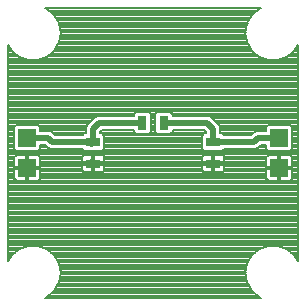
<source format=gtl>
G75*
%MOIN*%
%OFA0B0*%
%FSLAX25Y25*%
%IPPOS*%
%LPD*%
%AMOC8*
5,1,8,0,0,1.08239X$1,22.5*
%
%ADD10R,0.04724X0.03150*%
%ADD11R,0.03150X0.04724*%
%ADD12R,0.06000X0.06000*%
%ADD13C,0.02000*%
%ADD14C,0.00800*%
D10*
X0148333Y0121457D03*
X0148333Y0128543D03*
X0188333Y0128543D03*
X0188333Y0121457D03*
D11*
X0171877Y0135000D03*
X0164790Y0135000D03*
D12*
X0126333Y0130000D03*
X0126333Y0120000D03*
X0210333Y0120000D03*
X0210333Y0130000D03*
D13*
X0203333Y0130000D01*
X0201877Y0128543D01*
X0188333Y0128543D01*
X0188333Y0133000D01*
X0186333Y0135000D01*
X0171877Y0135000D01*
X0164790Y0135000D02*
X0150333Y0135000D01*
X0148333Y0133000D01*
X0148333Y0128543D01*
X0134790Y0128543D01*
X0133333Y0130000D01*
X0126333Y0130000D01*
X0128333Y0122000D02*
X0126333Y0120000D01*
X0147790Y0122000D02*
X0147835Y0121998D01*
X0147879Y0121993D01*
X0147923Y0121983D01*
X0147966Y0121971D01*
X0148008Y0121954D01*
X0148048Y0121935D01*
X0148087Y0121912D01*
X0148124Y0121886D01*
X0148158Y0121856D01*
X0148189Y0121825D01*
X0148219Y0121791D01*
X0148245Y0121754D01*
X0148268Y0121715D01*
X0148287Y0121675D01*
X0148304Y0121633D01*
X0148316Y0121590D01*
X0148326Y0121546D01*
X0148331Y0121502D01*
X0148333Y0121457D01*
X0147790Y0128000D02*
X0147835Y0128002D01*
X0147879Y0128007D01*
X0147923Y0128017D01*
X0147966Y0128029D01*
X0148008Y0128046D01*
X0148048Y0128065D01*
X0148087Y0128088D01*
X0148124Y0128114D01*
X0148158Y0128144D01*
X0148189Y0128175D01*
X0148219Y0128209D01*
X0148245Y0128246D01*
X0148268Y0128285D01*
X0148287Y0128325D01*
X0148304Y0128367D01*
X0148316Y0128410D01*
X0148326Y0128454D01*
X0148331Y0128498D01*
X0148333Y0128543D01*
X0208877Y0121457D02*
X0210333Y0120000D01*
D14*
X0132954Y0076998D02*
X0132411Y0076800D01*
X0204256Y0076800D01*
X0203713Y0076998D01*
X0203713Y0076998D01*
X0201255Y0079060D01*
X0199650Y0081840D01*
X0199650Y0081840D01*
X0199093Y0085000D01*
X0199093Y0085000D01*
X0199650Y0088160D01*
X0199650Y0088160D01*
X0201255Y0090940D01*
X0201255Y0090940D01*
X0203713Y0093002D01*
X0203713Y0093002D01*
X0206729Y0094100D01*
X0209938Y0094100D01*
X0212954Y0093002D01*
X0212954Y0093002D01*
X0215412Y0090940D01*
X0215412Y0090940D01*
X0216533Y0088997D01*
X0216533Y0161003D01*
X0215412Y0159060D01*
X0215412Y0159060D01*
X0215412Y0159060D01*
X0212954Y0156998D01*
X0212954Y0156998D01*
X0209938Y0155900D01*
X0206729Y0155900D01*
X0203713Y0156998D01*
X0203713Y0156998D01*
X0201255Y0159060D01*
X0201255Y0159060D01*
X0199650Y0161840D01*
X0199650Y0161840D01*
X0199093Y0165000D01*
X0199093Y0165000D01*
X0199650Y0168160D01*
X0199650Y0168160D01*
X0201255Y0170940D01*
X0201255Y0170940D01*
X0203713Y0173002D01*
X0203713Y0173002D01*
X0204256Y0173200D01*
X0132411Y0173200D01*
X0132954Y0173002D01*
X0132954Y0173002D01*
X0135412Y0170940D01*
X0135412Y0170940D01*
X0137016Y0168160D01*
X0137016Y0168160D01*
X0137574Y0165000D01*
X0137574Y0165000D01*
X0137016Y0161840D01*
X0137016Y0161840D01*
X0135412Y0159060D01*
X0135412Y0159060D01*
X0135412Y0159060D01*
X0132954Y0156998D01*
X0132954Y0156998D01*
X0129938Y0155900D01*
X0127588Y0155900D01*
X0126729Y0155900D01*
X0123713Y0156998D01*
X0123713Y0156998D01*
X0121255Y0159060D01*
X0121255Y0159060D01*
X0120133Y0161003D01*
X0120133Y0088997D01*
X0121255Y0090940D01*
X0121255Y0090940D01*
X0123713Y0093002D01*
X0123713Y0093002D01*
X0126729Y0094100D01*
X0129938Y0094100D01*
X0132954Y0093002D01*
X0132954Y0093002D01*
X0135412Y0090940D01*
X0135412Y0090940D01*
X0137016Y0088160D01*
X0137574Y0085000D01*
X0137016Y0081840D01*
X0135412Y0079060D01*
X0135412Y0079060D01*
X0135412Y0079060D01*
X0132954Y0076998D01*
X0132954Y0076998D01*
X0133428Y0077396D02*
X0203239Y0077396D01*
X0202287Y0078194D02*
X0134379Y0078194D01*
X0135331Y0078993D02*
X0201336Y0078993D01*
X0200833Y0079791D02*
X0135834Y0079791D01*
X0136295Y0080590D02*
X0200372Y0080590D01*
X0199911Y0081388D02*
X0136756Y0081388D01*
X0137078Y0082187D02*
X0199589Y0082187D01*
X0199448Y0082985D02*
X0137218Y0082985D01*
X0137359Y0083784D02*
X0199307Y0083784D01*
X0199167Y0084582D02*
X0137500Y0084582D01*
X0137507Y0085381D02*
X0199160Y0085381D01*
X0199301Y0086179D02*
X0137366Y0086179D01*
X0137225Y0086978D02*
X0199442Y0086978D01*
X0199582Y0087776D02*
X0137084Y0087776D01*
X0136777Y0088575D02*
X0199889Y0088575D01*
X0200350Y0089373D02*
X0136316Y0089373D01*
X0135855Y0090172D02*
X0200811Y0090172D01*
X0201255Y0090940D02*
X0201255Y0090940D01*
X0201291Y0090970D02*
X0135375Y0090970D01*
X0134424Y0091769D02*
X0202243Y0091769D01*
X0203195Y0092567D02*
X0133472Y0092567D01*
X0131955Y0093366D02*
X0204711Y0093366D01*
X0211955Y0093366D02*
X0216533Y0093366D01*
X0216533Y0094164D02*
X0120133Y0094164D01*
X0120133Y0093366D02*
X0124711Y0093366D01*
X0123195Y0092567D02*
X0120133Y0092567D01*
X0120133Y0091769D02*
X0122243Y0091769D01*
X0121291Y0090970D02*
X0120133Y0090970D01*
X0120133Y0090172D02*
X0120811Y0090172D01*
X0121255Y0090940D02*
X0121255Y0090940D01*
X0120350Y0089373D02*
X0120133Y0089373D01*
X0120133Y0094963D02*
X0216533Y0094963D01*
X0216533Y0095761D02*
X0120133Y0095761D01*
X0120133Y0096560D02*
X0216533Y0096560D01*
X0216533Y0097358D02*
X0120133Y0097358D01*
X0120133Y0098157D02*
X0216533Y0098157D01*
X0216533Y0098955D02*
X0120133Y0098955D01*
X0120133Y0099754D02*
X0216533Y0099754D01*
X0216533Y0100552D02*
X0120133Y0100552D01*
X0120133Y0101351D02*
X0216533Y0101351D01*
X0216533Y0102149D02*
X0120133Y0102149D01*
X0120133Y0102948D02*
X0216533Y0102948D01*
X0216533Y0103746D02*
X0120133Y0103746D01*
X0120133Y0104545D02*
X0216533Y0104545D01*
X0216533Y0105343D02*
X0120133Y0105343D01*
X0120133Y0106142D02*
X0216533Y0106142D01*
X0216533Y0106940D02*
X0120133Y0106940D01*
X0120133Y0107739D02*
X0216533Y0107739D01*
X0216533Y0108537D02*
X0120133Y0108537D01*
X0120133Y0109336D02*
X0216533Y0109336D01*
X0216533Y0110134D02*
X0120133Y0110134D01*
X0120133Y0110933D02*
X0216533Y0110933D01*
X0216533Y0111732D02*
X0120133Y0111732D01*
X0120133Y0112530D02*
X0216533Y0112530D01*
X0216533Y0113329D02*
X0120133Y0113329D01*
X0120133Y0114127D02*
X0216533Y0114127D01*
X0216533Y0114926D02*
X0120133Y0114926D01*
X0120133Y0115724D02*
X0122743Y0115724D01*
X0122793Y0115695D02*
X0123149Y0115600D01*
X0125933Y0115600D01*
X0125933Y0119600D01*
X0121933Y0119600D01*
X0121933Y0116816D01*
X0122029Y0116460D01*
X0122213Y0116140D01*
X0122474Y0115880D01*
X0122793Y0115695D01*
X0122012Y0116523D02*
X0120133Y0116523D01*
X0120133Y0117321D02*
X0121933Y0117321D01*
X0121933Y0118120D02*
X0120133Y0118120D01*
X0120133Y0118918D02*
X0121933Y0118918D01*
X0121933Y0120400D02*
X0121933Y0123184D01*
X0122029Y0123540D01*
X0122213Y0123860D01*
X0122474Y0124120D01*
X0122793Y0124305D01*
X0123149Y0124400D01*
X0125933Y0124400D01*
X0125933Y0120400D01*
X0125933Y0119600D01*
X0126733Y0119600D01*
X0126733Y0115600D01*
X0129518Y0115600D01*
X0129874Y0115695D01*
X0130193Y0115880D01*
X0130454Y0116140D01*
X0130638Y0116460D01*
X0130733Y0116816D01*
X0130733Y0119600D01*
X0126733Y0119600D01*
X0126733Y0120400D01*
X0125933Y0120400D01*
X0121933Y0120400D01*
X0121933Y0120515D02*
X0120133Y0120515D01*
X0120133Y0119717D02*
X0125933Y0119717D01*
X0125933Y0120515D02*
X0126733Y0120515D01*
X0126733Y0120400D02*
X0126733Y0124400D01*
X0129518Y0124400D01*
X0129874Y0124305D01*
X0130193Y0124120D01*
X0130454Y0123860D01*
X0130638Y0123540D01*
X0130733Y0123184D01*
X0130733Y0120400D01*
X0126733Y0120400D01*
X0126733Y0119717D02*
X0144571Y0119717D01*
X0144571Y0119698D02*
X0144667Y0119341D01*
X0144851Y0119022D01*
X0145112Y0118762D01*
X0145431Y0118577D01*
X0145787Y0118482D01*
X0147946Y0118482D01*
X0147946Y0121069D01*
X0148721Y0121069D01*
X0148721Y0118482D01*
X0150880Y0118482D01*
X0151236Y0118577D01*
X0151555Y0118762D01*
X0151816Y0119022D01*
X0152000Y0119341D01*
X0152096Y0119698D01*
X0152096Y0121069D01*
X0148721Y0121069D01*
X0148721Y0121844D01*
X0152096Y0121844D01*
X0152096Y0123216D01*
X0152000Y0123572D01*
X0151816Y0123891D01*
X0151555Y0124152D01*
X0151236Y0124336D01*
X0150880Y0124431D01*
X0148721Y0124431D01*
X0148721Y0121844D01*
X0147946Y0121844D01*
X0147946Y0121069D01*
X0144571Y0121069D01*
X0144571Y0119698D01*
X0144571Y0120515D02*
X0130733Y0120515D01*
X0130733Y0121314D02*
X0147946Y0121314D01*
X0147946Y0121844D02*
X0144571Y0121844D01*
X0144571Y0123216D01*
X0144667Y0123572D01*
X0144851Y0123891D01*
X0145112Y0124152D01*
X0145431Y0124336D01*
X0145787Y0124431D01*
X0147946Y0124431D01*
X0147946Y0121844D01*
X0147946Y0122112D02*
X0148721Y0122112D01*
X0148721Y0121314D02*
X0187946Y0121314D01*
X0187946Y0121069D02*
X0184571Y0121069D01*
X0184571Y0119698D01*
X0184667Y0119341D01*
X0184851Y0119022D01*
X0185112Y0118762D01*
X0185431Y0118577D01*
X0185787Y0118482D01*
X0187946Y0118482D01*
X0187946Y0121069D01*
X0188721Y0121069D01*
X0188721Y0118482D01*
X0190880Y0118482D01*
X0191236Y0118577D01*
X0191555Y0118762D01*
X0191816Y0119022D01*
X0192000Y0119341D01*
X0192096Y0119698D01*
X0192096Y0121069D01*
X0188721Y0121069D01*
X0188721Y0121844D01*
X0192096Y0121844D01*
X0192096Y0123216D01*
X0192000Y0123572D01*
X0191816Y0123891D01*
X0191555Y0124152D01*
X0191236Y0124336D01*
X0190880Y0124431D01*
X0188721Y0124431D01*
X0188721Y0121844D01*
X0187946Y0121844D01*
X0187946Y0121069D01*
X0187946Y0120515D02*
X0188721Y0120515D01*
X0188721Y0119717D02*
X0187946Y0119717D01*
X0187946Y0118918D02*
X0188721Y0118918D01*
X0191712Y0118918D02*
X0205933Y0118918D01*
X0205933Y0119600D02*
X0205933Y0116816D01*
X0206029Y0116460D01*
X0206213Y0116140D01*
X0206474Y0115880D01*
X0206793Y0115695D01*
X0207149Y0115600D01*
X0209933Y0115600D01*
X0209933Y0119600D01*
X0205933Y0119600D01*
X0205933Y0120400D02*
X0209933Y0120400D01*
X0209933Y0119600D01*
X0210733Y0119600D01*
X0210733Y0115600D01*
X0213518Y0115600D01*
X0213874Y0115695D01*
X0214193Y0115880D01*
X0214454Y0116140D01*
X0214638Y0116460D01*
X0214733Y0116816D01*
X0214733Y0119600D01*
X0210733Y0119600D01*
X0210733Y0120400D01*
X0209933Y0120400D01*
X0209933Y0124400D01*
X0207149Y0124400D01*
X0206793Y0124305D01*
X0206474Y0124120D01*
X0206213Y0123860D01*
X0206029Y0123540D01*
X0205933Y0123184D01*
X0205933Y0120400D01*
X0205933Y0120515D02*
X0192096Y0120515D01*
X0192096Y0119717D02*
X0209933Y0119717D01*
X0209933Y0120515D02*
X0210733Y0120515D01*
X0210733Y0120400D02*
X0210733Y0124400D01*
X0213518Y0124400D01*
X0213874Y0124305D01*
X0214193Y0124120D01*
X0214454Y0123860D01*
X0214638Y0123540D01*
X0214733Y0123184D01*
X0214733Y0120400D01*
X0210733Y0120400D01*
X0210733Y0119717D02*
X0216533Y0119717D01*
X0216533Y0120515D02*
X0214733Y0120515D01*
X0214733Y0121314D02*
X0216533Y0121314D01*
X0216533Y0122112D02*
X0214733Y0122112D01*
X0214733Y0122911D02*
X0216533Y0122911D01*
X0216533Y0123709D02*
X0214540Y0123709D01*
X0213913Y0125600D02*
X0214733Y0126420D01*
X0214733Y0133580D01*
X0213913Y0134400D01*
X0206753Y0134400D01*
X0205933Y0133580D01*
X0205933Y0132400D01*
X0202856Y0132400D01*
X0201974Y0132035D01*
X0201299Y0131359D01*
X0200883Y0130943D01*
X0191850Y0130943D01*
X0191275Y0131518D01*
X0190733Y0131518D01*
X0190733Y0133477D01*
X0190368Y0134359D01*
X0188368Y0136359D01*
X0187693Y0137035D01*
X0186811Y0137400D01*
X0174851Y0137400D01*
X0174851Y0137942D01*
X0174031Y0138762D01*
X0169722Y0138762D01*
X0168902Y0137942D01*
X0168902Y0132058D01*
X0169722Y0131238D01*
X0174031Y0131238D01*
X0174851Y0132058D01*
X0174851Y0132600D01*
X0185339Y0132600D01*
X0185933Y0132006D01*
X0185933Y0131518D01*
X0185391Y0131518D01*
X0184571Y0130698D01*
X0184571Y0126389D01*
X0185391Y0125569D01*
X0191275Y0125569D01*
X0191850Y0126143D01*
X0202354Y0126143D01*
X0203236Y0126509D01*
X0204327Y0127600D01*
X0205933Y0127600D01*
X0205933Y0126420D01*
X0206753Y0125600D01*
X0213913Y0125600D01*
X0214418Y0126105D02*
X0216533Y0126105D01*
X0216533Y0126903D02*
X0214733Y0126903D01*
X0214733Y0127702D02*
X0216533Y0127702D01*
X0216533Y0128500D02*
X0214733Y0128500D01*
X0214733Y0129299D02*
X0216533Y0129299D01*
X0216533Y0130097D02*
X0214733Y0130097D01*
X0214733Y0130896D02*
X0216533Y0130896D01*
X0216533Y0131694D02*
X0214733Y0131694D01*
X0214733Y0132493D02*
X0216533Y0132493D01*
X0216533Y0133291D02*
X0214733Y0133291D01*
X0214223Y0134090D02*
X0216533Y0134090D01*
X0216533Y0134888D02*
X0189839Y0134888D01*
X0190480Y0134090D02*
X0206443Y0134090D01*
X0205933Y0133291D02*
X0190733Y0133291D01*
X0190733Y0132493D02*
X0205933Y0132493D01*
X0201634Y0131694D02*
X0190733Y0131694D01*
X0185933Y0131694D02*
X0174488Y0131694D01*
X0174851Y0132493D02*
X0185446Y0132493D01*
X0184769Y0130896D02*
X0151898Y0130896D01*
X0152096Y0130698D02*
X0151275Y0131518D01*
X0150733Y0131518D01*
X0150733Y0132006D01*
X0151327Y0132600D01*
X0161815Y0132600D01*
X0161815Y0132058D01*
X0162635Y0131238D01*
X0166945Y0131238D01*
X0167765Y0132058D01*
X0167765Y0137942D01*
X0166945Y0138762D01*
X0162635Y0138762D01*
X0161815Y0137942D01*
X0161815Y0137400D01*
X0149856Y0137400D01*
X0148974Y0137035D01*
X0148299Y0136359D01*
X0146299Y0134359D01*
X0145933Y0133477D01*
X0145933Y0131518D01*
X0145391Y0131518D01*
X0144816Y0130943D01*
X0135784Y0130943D01*
X0135368Y0131359D01*
X0134693Y0132035D01*
X0133811Y0132400D01*
X0130733Y0132400D01*
X0130733Y0133580D01*
X0129913Y0134400D01*
X0122753Y0134400D01*
X0121933Y0133580D01*
X0121933Y0126420D01*
X0122753Y0125600D01*
X0129913Y0125600D01*
X0130733Y0126420D01*
X0130733Y0127600D01*
X0132339Y0127600D01*
X0133431Y0126509D01*
X0134313Y0126143D01*
X0144816Y0126143D01*
X0145391Y0125569D01*
X0151275Y0125569D01*
X0152096Y0126389D01*
X0152096Y0130698D01*
X0152096Y0130097D02*
X0184571Y0130097D01*
X0184571Y0129299D02*
X0152096Y0129299D01*
X0152096Y0128500D02*
X0184571Y0128500D01*
X0184571Y0127702D02*
X0152096Y0127702D01*
X0152096Y0126903D02*
X0184571Y0126903D01*
X0184855Y0126105D02*
X0151812Y0126105D01*
X0151921Y0123709D02*
X0184746Y0123709D01*
X0184667Y0123572D02*
X0184571Y0123216D01*
X0184571Y0121844D01*
X0187946Y0121844D01*
X0187946Y0124431D01*
X0185787Y0124431D01*
X0185431Y0124336D01*
X0185112Y0124152D01*
X0184851Y0123891D01*
X0184667Y0123572D01*
X0184571Y0122911D02*
X0152096Y0122911D01*
X0152096Y0122112D02*
X0184571Y0122112D01*
X0184571Y0120515D02*
X0152096Y0120515D01*
X0152096Y0119717D02*
X0184571Y0119717D01*
X0184955Y0118918D02*
X0151712Y0118918D01*
X0148721Y0118918D02*
X0147946Y0118918D01*
X0147946Y0119717D02*
X0148721Y0119717D01*
X0148721Y0120515D02*
X0147946Y0120515D01*
X0144955Y0118918D02*
X0130733Y0118918D01*
X0130733Y0118120D02*
X0205933Y0118120D01*
X0205933Y0117321D02*
X0130733Y0117321D01*
X0130655Y0116523D02*
X0206012Y0116523D01*
X0206743Y0115724D02*
X0129923Y0115724D01*
X0126733Y0115724D02*
X0125933Y0115724D01*
X0125933Y0116523D02*
X0126733Y0116523D01*
X0126733Y0117321D02*
X0125933Y0117321D01*
X0125933Y0118120D02*
X0126733Y0118120D01*
X0126733Y0118918D02*
X0125933Y0118918D01*
X0125933Y0121314D02*
X0126733Y0121314D01*
X0126733Y0122112D02*
X0125933Y0122112D01*
X0125933Y0122911D02*
X0126733Y0122911D01*
X0126733Y0123709D02*
X0125933Y0123709D01*
X0122126Y0123709D02*
X0120133Y0123709D01*
X0120133Y0122911D02*
X0121933Y0122911D01*
X0121933Y0122112D02*
X0120133Y0122112D01*
X0120133Y0121314D02*
X0121933Y0121314D01*
X0120133Y0124508D02*
X0216533Y0124508D01*
X0216533Y0125306D02*
X0120133Y0125306D01*
X0120133Y0126105D02*
X0122249Y0126105D01*
X0121933Y0126903D02*
X0120133Y0126903D01*
X0120133Y0127702D02*
X0121933Y0127702D01*
X0121933Y0128500D02*
X0120133Y0128500D01*
X0120133Y0129299D02*
X0121933Y0129299D01*
X0121933Y0130097D02*
X0120133Y0130097D01*
X0120133Y0130896D02*
X0121933Y0130896D01*
X0121933Y0131694D02*
X0120133Y0131694D01*
X0120133Y0132493D02*
X0121933Y0132493D01*
X0121933Y0133291D02*
X0120133Y0133291D01*
X0120133Y0134090D02*
X0122443Y0134090D01*
X0120133Y0134888D02*
X0146828Y0134888D01*
X0146187Y0134090D02*
X0130223Y0134090D01*
X0130733Y0133291D02*
X0145933Y0133291D01*
X0145933Y0132493D02*
X0130733Y0132493D01*
X0135033Y0131694D02*
X0145933Y0131694D01*
X0147626Y0135687D02*
X0120133Y0135687D01*
X0120133Y0136485D02*
X0148425Y0136485D01*
X0149576Y0137284D02*
X0120133Y0137284D01*
X0120133Y0138082D02*
X0161956Y0138082D01*
X0167625Y0138082D02*
X0169042Y0138082D01*
X0168902Y0137284D02*
X0167765Y0137284D01*
X0167765Y0136485D02*
X0168902Y0136485D01*
X0168902Y0135687D02*
X0167765Y0135687D01*
X0167765Y0134888D02*
X0168902Y0134888D01*
X0168902Y0134090D02*
X0167765Y0134090D01*
X0167765Y0133291D02*
X0168902Y0133291D01*
X0168902Y0132493D02*
X0167765Y0132493D01*
X0167401Y0131694D02*
X0169265Y0131694D01*
X0162179Y0131694D02*
X0150733Y0131694D01*
X0151220Y0132493D02*
X0161815Y0132493D01*
X0174711Y0138082D02*
X0216533Y0138082D01*
X0216533Y0137284D02*
X0187091Y0137284D01*
X0188242Y0136485D02*
X0216533Y0136485D01*
X0216533Y0135687D02*
X0189041Y0135687D01*
X0201299Y0131359D02*
X0201299Y0131359D01*
X0203631Y0126903D02*
X0205933Y0126903D01*
X0206249Y0126105D02*
X0191812Y0126105D01*
X0191921Y0123709D02*
X0206126Y0123709D01*
X0205933Y0122911D02*
X0192096Y0122911D01*
X0192096Y0122112D02*
X0205933Y0122112D01*
X0205933Y0121314D02*
X0188721Y0121314D01*
X0188721Y0122112D02*
X0187946Y0122112D01*
X0187946Y0122911D02*
X0188721Y0122911D01*
X0188721Y0123709D02*
X0187946Y0123709D01*
X0209933Y0123709D02*
X0210733Y0123709D01*
X0210733Y0122911D02*
X0209933Y0122911D01*
X0209933Y0122112D02*
X0210733Y0122112D01*
X0210733Y0121314D02*
X0209933Y0121314D01*
X0209933Y0118918D02*
X0210733Y0118918D01*
X0210733Y0118120D02*
X0209933Y0118120D01*
X0209933Y0117321D02*
X0210733Y0117321D01*
X0210733Y0116523D02*
X0209933Y0116523D01*
X0209933Y0115724D02*
X0210733Y0115724D01*
X0213923Y0115724D02*
X0216533Y0115724D01*
X0216533Y0116523D02*
X0214655Y0116523D01*
X0214733Y0117321D02*
X0216533Y0117321D01*
X0216533Y0118120D02*
X0214733Y0118120D01*
X0214733Y0118918D02*
X0216533Y0118918D01*
X0216533Y0138881D02*
X0120133Y0138881D01*
X0120133Y0139679D02*
X0216533Y0139679D01*
X0216533Y0140478D02*
X0120133Y0140478D01*
X0120133Y0141276D02*
X0216533Y0141276D01*
X0216533Y0142075D02*
X0120133Y0142075D01*
X0120133Y0142873D02*
X0216533Y0142873D01*
X0216533Y0143672D02*
X0120133Y0143672D01*
X0120133Y0144470D02*
X0216533Y0144470D01*
X0216533Y0145269D02*
X0120133Y0145269D01*
X0120133Y0146068D02*
X0216533Y0146068D01*
X0216533Y0146866D02*
X0120133Y0146866D01*
X0120133Y0147665D02*
X0216533Y0147665D01*
X0216533Y0148463D02*
X0120133Y0148463D01*
X0120133Y0149262D02*
X0216533Y0149262D01*
X0216533Y0150060D02*
X0120133Y0150060D01*
X0120133Y0150859D02*
X0216533Y0150859D01*
X0216533Y0151657D02*
X0120133Y0151657D01*
X0120133Y0152456D02*
X0216533Y0152456D01*
X0216533Y0153254D02*
X0120133Y0153254D01*
X0120133Y0154053D02*
X0216533Y0154053D01*
X0216533Y0154851D02*
X0120133Y0154851D01*
X0120133Y0155650D02*
X0216533Y0155650D01*
X0216533Y0156448D02*
X0211444Y0156448D01*
X0213250Y0157247D02*
X0216533Y0157247D01*
X0216533Y0158045D02*
X0214202Y0158045D01*
X0215154Y0158844D02*
X0216533Y0158844D01*
X0216533Y0159642D02*
X0215748Y0159642D01*
X0216209Y0160441D02*
X0216533Y0160441D01*
X0205223Y0156448D02*
X0131444Y0156448D01*
X0133250Y0157247D02*
X0203416Y0157247D01*
X0202465Y0158045D02*
X0134202Y0158045D01*
X0135154Y0158844D02*
X0201513Y0158844D01*
X0200919Y0159642D02*
X0135748Y0159642D01*
X0136209Y0160441D02*
X0200458Y0160441D01*
X0199997Y0161239D02*
X0136670Y0161239D01*
X0137051Y0162038D02*
X0199615Y0162038D01*
X0199474Y0162836D02*
X0137192Y0162836D01*
X0137333Y0163635D02*
X0199334Y0163635D01*
X0199193Y0164433D02*
X0137474Y0164433D01*
X0137533Y0165232D02*
X0199134Y0165232D01*
X0199275Y0166030D02*
X0137392Y0166030D01*
X0137251Y0166829D02*
X0199415Y0166829D01*
X0199556Y0167627D02*
X0137110Y0167627D01*
X0136863Y0168426D02*
X0199803Y0168426D01*
X0200264Y0169224D02*
X0136402Y0169224D01*
X0135941Y0170023D02*
X0200726Y0170023D01*
X0201187Y0170821D02*
X0135480Y0170821D01*
X0134601Y0171620D02*
X0202066Y0171620D01*
X0201255Y0170940D02*
X0201255Y0170940D01*
X0203017Y0172418D02*
X0133650Y0172418D01*
X0120458Y0160441D02*
X0120133Y0160441D01*
X0120133Y0159642D02*
X0120919Y0159642D01*
X0121513Y0158844D02*
X0120133Y0158844D01*
X0120133Y0158045D02*
X0122465Y0158045D01*
X0123416Y0157247D02*
X0120133Y0157247D01*
X0120133Y0156448D02*
X0125223Y0156448D01*
X0130733Y0126903D02*
X0133036Y0126903D01*
X0130418Y0126105D02*
X0144855Y0126105D01*
X0144746Y0123709D02*
X0130540Y0123709D01*
X0130733Y0122911D02*
X0144571Y0122911D01*
X0144571Y0122112D02*
X0130733Y0122112D01*
X0147946Y0122911D02*
X0148721Y0122911D01*
X0148721Y0123709D02*
X0147946Y0123709D01*
X0213472Y0092567D02*
X0216533Y0092567D01*
X0216533Y0091769D02*
X0214424Y0091769D01*
X0215375Y0090970D02*
X0216533Y0090970D01*
X0216533Y0090172D02*
X0215855Y0090172D01*
X0216316Y0089373D02*
X0216533Y0089373D01*
M02*

</source>
